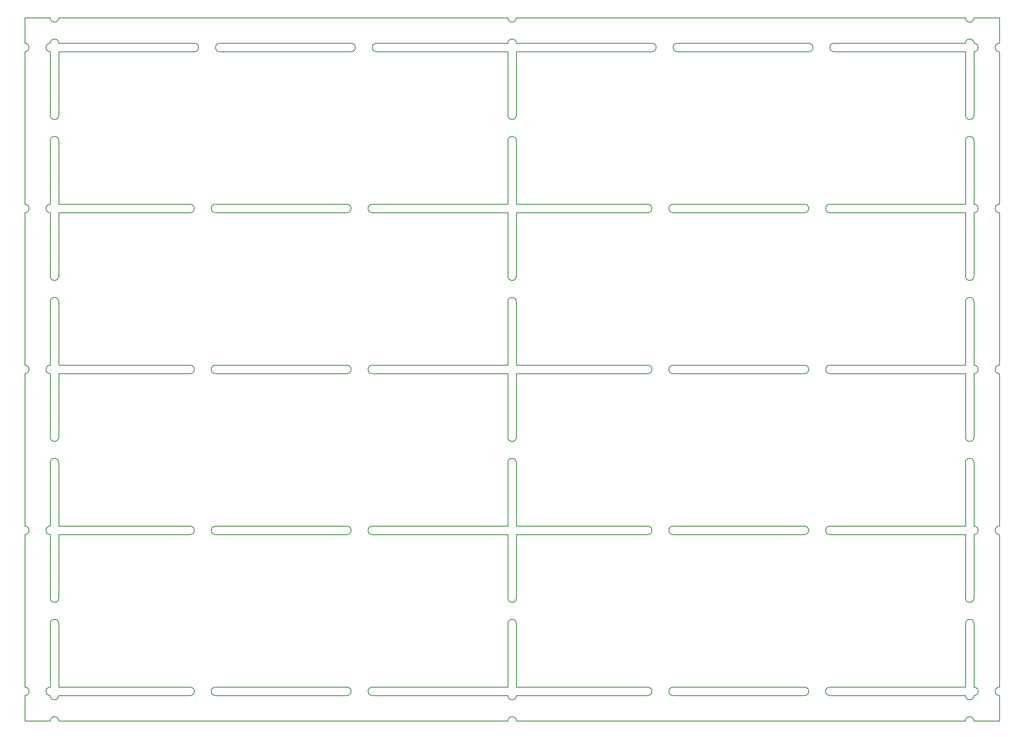
<source format=gm1>
G04*
G04 #@! TF.GenerationSoftware,Altium Limited,Altium Designer,21.8.1 (53)*
G04*
G04 Layer_Color=16711935*
%FSLAX44Y44*%
%MOMM*%
G71*
G04*
G04 #@! TF.SameCoordinates,54C0CB10-D324-4126-BD5B-6722362DD903*
G04*
G04*
G04 #@! TF.FilePolarity,Positive*
G04*
G01*
G75*
%ADD12C,0.2540*%
D12*
X2819400Y850900D02*
G03*
X2844800Y850900I12700J0D01*
G01*
X2921000Y584200D02*
G03*
X2921000Y558800I0J-12700D01*
G01*
X2844800D02*
G03*
X2844800Y584200I0J12700D01*
G01*
X2921000Y1066800D02*
G03*
X2921000Y1041400I0J-12700D01*
G01*
X2844800D02*
G03*
X2844800Y1066800I0J12700D01*
G01*
X2921000Y1549400D02*
G03*
X2921000Y1524000I0J-12700D01*
G01*
X2844800D02*
G03*
X2844800Y1549400I0J12700D01*
G01*
X0Y558800D02*
G03*
X0Y584200I0J12700D01*
G01*
X76200D02*
G03*
X76200Y558800I0J-12700D01*
G01*
Y1549400D02*
G03*
X76200Y1524000I0J-12700D01*
G01*
Y1066800D02*
G03*
X76200Y1041400I0J-12700D01*
G01*
X0D02*
G03*
X0Y1066800I0J12700D01*
G01*
Y1524000D02*
G03*
X0Y1549400I0J12700D01*
G01*
X2921000Y101600D02*
G03*
X2921000Y76200I0J-12700D01*
G01*
X2844800D02*
G03*
X2844800Y101600I0J12700D01*
G01*
X2921000Y2032000D02*
G03*
X2921000Y2006600I0J-12700D01*
G01*
X2844800D02*
G03*
X2844800Y2032000I0J12700D01*
G01*
X0Y2006600D02*
G03*
X0Y2032000I0J12700D01*
G01*
X76200D02*
G03*
X76200Y2006600I0J-12700D01*
G01*
Y101600D02*
G03*
X76200Y76200I0J-12700D01*
G01*
X0D02*
G03*
X0Y101600I0J12700D01*
G01*
X1866900Y558800D02*
G03*
X1866900Y584200I0J12700D01*
G01*
X1943100D02*
G03*
X1943100Y558800I0J-12700D01*
G01*
X2336800D02*
G03*
X2336800Y584200I0J12700D01*
G01*
X2413000D02*
G03*
X2413000Y558800I0J-12700D01*
G01*
X1866900Y1041400D02*
G03*
X1866900Y1066800I0J12700D01*
G01*
X1943100D02*
G03*
X1943100Y1041400I0J-12700D01*
G01*
X2336800D02*
G03*
X2336800Y1066800I0J12700D01*
G01*
X2413000D02*
G03*
X2413000Y1041400I0J-12700D01*
G01*
X1866900Y1524000D02*
G03*
X1866900Y1549400I0J12700D01*
G01*
X1943100D02*
G03*
X1943100Y1524000I0J-12700D01*
G01*
X2336800D02*
G03*
X2336800Y1549400I0J12700D01*
G01*
X2413000D02*
G03*
X2413000Y1524000I0J-12700D01*
G01*
X495300D02*
G03*
X495300Y1549400I0J12700D01*
G01*
X571500D02*
G03*
X571500Y1524000I0J-12700D01*
G01*
X965200D02*
G03*
X965200Y1549400I0J12700D01*
G01*
X1041400D02*
G03*
X1041400Y1524000I0J-12700D01*
G01*
X495300Y1041400D02*
G03*
X495300Y1066800I0J12700D01*
G01*
X571500D02*
G03*
X571500Y1041400I0J-12700D01*
G01*
X965200D02*
G03*
X965200Y1066800I0J12700D01*
G01*
X1041400D02*
G03*
X1041400Y1041400I0J-12700D01*
G01*
X495300Y558800D02*
G03*
X495300Y584200I0J12700D01*
G01*
X571500D02*
G03*
X571500Y558800I0J-12700D01*
G01*
X965200D02*
G03*
X965200Y584200I0J12700D01*
G01*
X1041400D02*
G03*
X1041400Y558800I0J-12700D01*
G01*
X2819400Y2108200D02*
G03*
X2844800Y2108200I12700J0D01*
G01*
Y2032000D02*
G03*
X2819400Y2032000I-12700J0D01*
G01*
X2425700D02*
G03*
X2425700Y2006600I0J-12700D01*
G01*
X2349500D02*
G03*
X2349500Y2032000I0J12700D01*
G01*
X1955800D02*
G03*
X1955800Y2006600I0J-12700D01*
G01*
X1879600D02*
G03*
X1879600Y2032000I0J12700D01*
G01*
X1473200Y1739900D02*
G03*
X1447800Y1739900I-12700J0D01*
G01*
Y1816100D02*
G03*
X1473200Y1816100I12700J0D01*
G01*
X1447800Y2108200D02*
G03*
X1473200Y2108200I12700J0D01*
G01*
Y2032000D02*
G03*
X1447800Y2032000I-12700J0D01*
G01*
X1054100D02*
G03*
X1054100Y2006600I0J-12700D01*
G01*
X977900D02*
G03*
X977900Y2032000I0J12700D01*
G01*
X584200D02*
G03*
X584200Y2006600I0J-12700D01*
G01*
X508000D02*
G03*
X508000Y2032000I0J12700D01*
G01*
X101600Y1739900D02*
G03*
X76200Y1739900I-12700J0D01*
G01*
Y1816100D02*
G03*
X101600Y1816100I12700J0D01*
G01*
X76200Y2108200D02*
G03*
X101600Y2108200I12700J0D01*
G01*
Y2032000D02*
G03*
X76200Y2032000I-12700J0D01*
G01*
X1866900Y76200D02*
G03*
X1866900Y101600I0J12700D01*
G01*
X1943100D02*
G03*
X1943100Y76200I0J-12700D01*
G01*
X2336800D02*
G03*
X2336800Y101600I0J12700D01*
G01*
X2413000D02*
G03*
X2413000Y76200I0J-12700D01*
G01*
X2819400Y368300D02*
G03*
X2844800Y368300I12700J0D01*
G01*
Y292100D02*
G03*
X2819400Y292100I-12700J0D01*
G01*
X2844800Y0D02*
G03*
X2819400Y0I-12700J0D01*
G01*
Y76200D02*
G03*
X2844800Y76200I12700J0D01*
G01*
X1447800D02*
G03*
X1473200Y76200I12700J0D01*
G01*
Y0D02*
G03*
X1447800Y0I-12700J0D01*
G01*
X2844800Y774700D02*
G03*
X2819400Y774700I-12700J0D01*
G01*
Y368300D02*
G03*
X2844800Y368300I12700J0D01*
G01*
Y1257300D02*
G03*
X2819400Y1257300I-12700J0D01*
G01*
Y1816100D02*
G03*
X2844800Y1816100I12700J0D01*
G01*
Y1739900D02*
G03*
X2819400Y1739900I-12700J0D01*
G01*
Y1333500D02*
G03*
X2844800Y1333500I12700J0D01*
G01*
X1447800D02*
G03*
X1473200Y1333500I12700J0D01*
G01*
Y1257300D02*
G03*
X1447800Y1257300I-12700J0D01*
G01*
Y850900D02*
G03*
X1473200Y850900I12700J0D01*
G01*
Y292100D02*
G03*
X1447800Y292100I-12700J0D01*
G01*
X1473200Y774700D02*
G03*
X1447800Y774700I-12700J0D01*
G01*
Y368300D02*
G03*
X1473200Y368300I12700J0D01*
G01*
X1041400Y101600D02*
G03*
X1041400Y76200I0J-12700D01*
G01*
X965200D02*
G03*
X965200Y101600I0J12700D01*
G01*
X571500D02*
G03*
X571500Y76200I0J-12700D01*
G01*
X495300D02*
G03*
X495300Y101600I0J12700D01*
G01*
X101600Y0D02*
G03*
X76200Y0I-12700J0D01*
G01*
Y76200D02*
G03*
X101600Y76200I12700J0D01*
G01*
Y292100D02*
G03*
X76200Y292100I-12700J0D01*
G01*
X101600Y774700D02*
G03*
X76200Y774700I-12700J0D01*
G01*
Y368300D02*
G03*
X101600Y368300I12700J0D01*
G01*
X76200Y850900D02*
G03*
X101600Y850900I12700J0D01*
G01*
Y1257300D02*
G03*
X76200Y1257300I-12700J0D01*
G01*
Y1333500D02*
G03*
X101600Y1333500I12700J0D01*
G01*
X0Y1549400D02*
Y2006600D01*
X2921000Y1549400D02*
Y2006600D01*
Y1066800D02*
Y1524000D01*
Y584200D02*
Y1041400D01*
X2844800Y584200D02*
Y774700D01*
Y850900D02*
Y1041400D01*
Y1549400D02*
Y1739900D01*
X76200Y1066800D02*
Y1257300D01*
Y1549400D02*
Y1739900D01*
X0Y1066800D02*
Y1524000D01*
Y584200D02*
Y1041400D01*
X76200Y368300D02*
Y558800D01*
X101600Y0D02*
X1447800D01*
X1473200D02*
X2819400D01*
X2844800D02*
X2921000D01*
Y76200D01*
X2921000Y101600D02*
X2921000Y558800D01*
X2921000Y2032000D02*
Y2108200D01*
X2844800D02*
X2921000D01*
X1473200D02*
X2819400D01*
X101600D02*
X1447800D01*
X0D02*
X76200D01*
X0Y2032000D02*
Y2108200D01*
X-0Y558800D02*
X0Y101600D01*
Y0D02*
Y76200D01*
Y0D02*
X76200D01*
X1473200Y1333500D02*
X1473200Y1524000D01*
X1473200Y1549400D02*
X1473200Y1739900D01*
X1473200Y1066800D02*
X1473200Y1257300D01*
X1473200Y850900D02*
X1473200Y1041400D01*
X1473200Y368300D02*
X1473200Y558800D01*
X1473200Y584200D02*
X1866900D01*
X1473200Y558800D02*
X1866900D01*
X1943100D02*
X2336800D01*
X1943100Y584200D02*
X2336800D01*
X2413000D02*
X2819400D01*
X2413000Y558800D02*
X2819400D01*
X1473200Y1066800D02*
X1866900D01*
X1473200Y1041400D02*
X1866900D01*
X1943100D02*
X2336800D01*
X1943100Y1066800D02*
X2336800D01*
X2413000D02*
X2819400D01*
X2413000Y1041400D02*
X2819400D01*
X1473200Y1549400D02*
X1866900D01*
X1473200Y1524000D02*
X1866900D01*
X1943100D02*
X2336800D01*
X1943100Y1549400D02*
X2336800D01*
X2413000D02*
X2819400D01*
X2413000Y1524000D02*
X2819400D01*
X101600Y1549400D02*
X495300D01*
X101600Y1524000D02*
X495300D01*
X571500D02*
X965200D01*
X571500Y1549400D02*
X965200D01*
X1041400D02*
X1447800D01*
X1041400Y1524000D02*
X1447800D01*
X101600Y1066800D02*
X495300D01*
X101600Y1041400D02*
X495300D01*
X571500D02*
X965200D01*
X571500Y1066800D02*
X965200D01*
X1041400D02*
X1447800D01*
X1041400Y1041400D02*
X1447800D01*
X101600Y584200D02*
X495300D01*
X101600Y558800D02*
X495300D01*
X571500D02*
X965200D01*
X571500Y584200D02*
X965200D01*
X1041400D02*
X1447800D01*
X1041400Y558800D02*
X1447800D01*
X2425700Y2006600D02*
X2819400D01*
X2425700Y2032000D02*
X2819400D01*
X1955800D02*
X2349500D01*
X1955800Y2006600D02*
X2349500D01*
X1473200D02*
X1879600D01*
X1473200Y2032000D02*
X1879600D01*
X1473200Y1816100D02*
Y2006600D01*
X1447800Y1816100D02*
X1447800Y2006600D01*
X1054100D02*
X1447800D01*
X1054100Y2032000D02*
X1447800D01*
X584200D02*
X977900D01*
X584200Y2006600D02*
X977900D01*
X101600D02*
X508000D01*
X101600Y2032000D02*
X508000D01*
X101600Y1816100D02*
Y2006600D01*
X76200Y1816100D02*
X76200Y2006600D01*
X1473200Y101600D02*
X1866900D01*
X1473200Y76200D02*
X1866900D01*
X1943100D02*
X2336800D01*
X1943100Y101600D02*
X2336800D01*
X2413000D02*
X2819400D01*
X2413000Y76200D02*
X2819400D01*
Y101600D02*
Y292100D01*
X2844800Y101600D02*
X2844800Y292100D01*
X2844800Y368300D02*
X2844800Y558800D01*
X2819400Y584200D02*
Y774700D01*
Y368300D02*
Y558800D01*
X2844800Y1066800D02*
X2844800Y1257300D01*
X2819400Y1066800D02*
Y1257300D01*
Y850900D02*
Y1041400D01*
X2844800Y1816100D02*
X2844800Y2006600D01*
X2819400Y1816100D02*
Y2006600D01*
X2844800Y1333500D02*
X2844800Y1524000D01*
X2819400Y1549400D02*
Y1739900D01*
Y1333500D02*
Y1524000D01*
X1447800Y1549400D02*
Y1739900D01*
Y1333500D02*
Y1524000D01*
Y1066800D02*
Y1257300D01*
Y850900D02*
Y1041400D01*
X1473200Y101600D02*
X1473200Y292100D01*
X1447800Y101600D02*
Y292100D01*
X1473200Y584200D02*
X1473200Y774700D01*
X1447800Y584200D02*
Y774700D01*
Y368300D02*
Y558800D01*
X1041400Y76200D02*
X1447800D01*
X1041400Y101600D02*
X1447800D01*
X571500D02*
X965200D01*
X571500Y76200D02*
X965200D01*
X101600D02*
X495300D01*
X101600Y101600D02*
X495300D01*
X76200D02*
Y292100D01*
X101600Y101600D02*
Y292100D01*
Y584200D02*
Y774700D01*
Y368300D02*
Y558800D01*
X76200Y584200D02*
X76200Y774700D01*
X76200Y850900D02*
X76200Y1041400D01*
X101600Y850900D02*
Y1041400D01*
Y1066800D02*
Y1257300D01*
Y1333500D02*
Y1524000D01*
X495300D01*
X101600Y1549400D02*
X495300D01*
X101600D02*
Y1739900D01*
X76200Y1333500D02*
X76200Y1524000D01*
M02*

</source>
